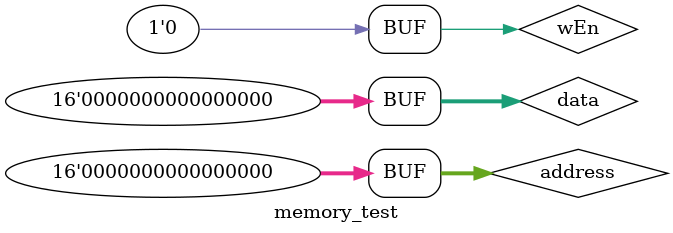
<source format=v>
`define DELAY 20
module memory_test();
reg [15:0] address, data;
reg wEn;

wire [15:0] outData;

memory_block mem(.address(address), .data(data), .wEn(wEn), .outData(outData));

initial begin 
address = 16'h0000; data = 16'h0F0F; wEn = 1'b1;
#`DELAY;

address = 16'h0000; data = 16'h0000; wEn = 1'b0;
#`DELAY;

end

initial
begin
$monitor("MEMORY Results: Address: %16d, Data: %16b, WriteEnable = %1b, Output: %16b", address, data, wEn, outData);
end

endmodule
</source>
